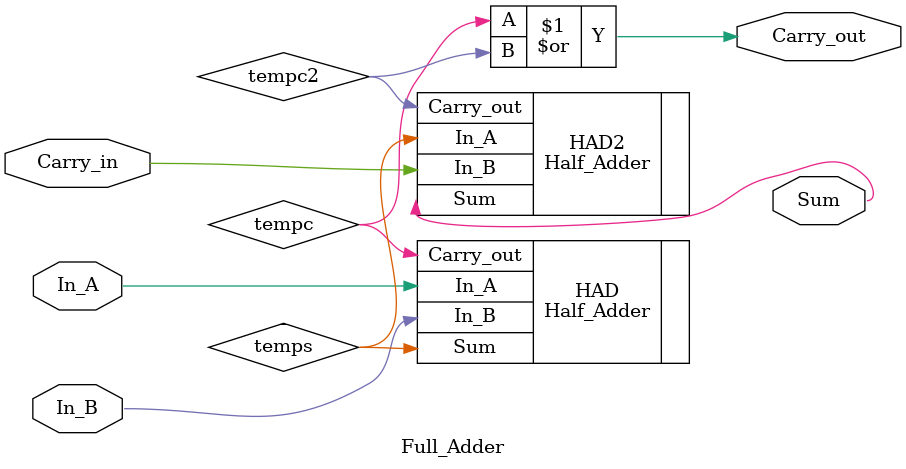
<source format=v>
`timescale 1ns / 1ps

module Full_Adder(
    In_A, In_B, Carry_in, Sum, Carry_out
    );
    input In_A, In_B, Carry_in;
    output Sum, Carry_out;
    
	// implement full adder circuit, your code starts from here.
	// use half adder in this module, fulfill I/O ports connection.
	wire tempc,temps,tempc2;
	//full adder need two half adder
	//verilog is a language to fulfill a circuit
	//from the circuit there are three lines between output input,which are tempc for first carry and temps for first sum and tempc2 for second carry==>get tempc,temps then use temps with carryin for Sum and tempc2==>or tempc2 and temp1 for Carry_out!
    Half_Adder HAD (
        .In_A(In_A),
        .In_B(In_B),
        .Sum(temps), 
        .Carry_out(tempc)
    );
     Half_Adder HAD2 (
        .In_A(temps),
        .In_B(Carry_in),
        .Sum(Sum), 
        .Carry_out(tempc2)
    );
    or(Carry_out,tempc,tempc2);
endmodule

</source>
